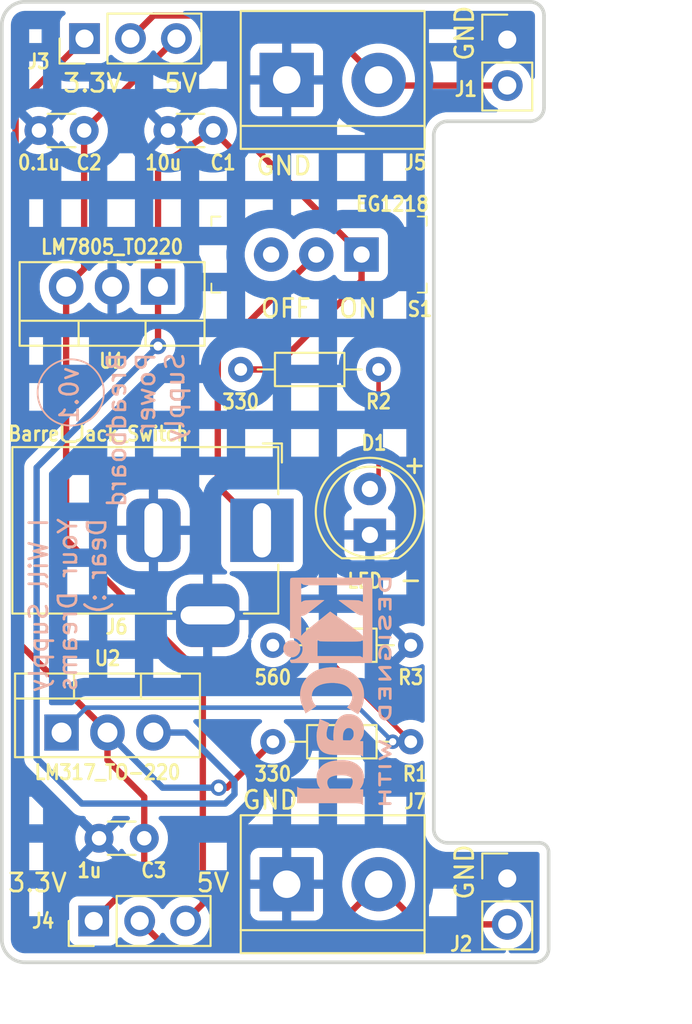
<source format=kicad_pcb>
(kicad_pcb (version 20241229) (generator "pcbnew") (generator_version "9.0")
  (layers (0 "F.Cu" signal) (2 "B.Cu" signal) (13 "F.Paste" user) (15 "B.Paste" user) (5 "F.SilkS" user "F.Silkscreen") (7 "B.SilkS" user "B.Silkscreen") (1 "F.Mask" user) (3 "B.Mask" user) (25 "Edge.Cuts" user))
  (net 0 "")
  (net 1 "GND")
  (net 2 "/12V")
  (net 3 "/5V")
  (net 4 "/3.3V")
  (net 5 "Net-(D1-A)")
  (net 6 "/PWR_OUT_TOP")
  (net 7 "/PWR_Input")
  (net 8 "Net-(U2-ADJ)")
  (net 10 "/PWR_OUT_BOT")
  (footprint "Capacitor_THT:C_Disc_D3.0mm_W1.6mm_P2.50mm" (layer "F.Cu") (at 142.748 66.802 180)
    (property "Reference" "C1" (at -0.548 -1.778 0) (layer "F.SilkS") (effects (font (size 0.8 0.7))))
    (property "Value" "10u" (at 2.754 -1.778 0) (layer "F.SilkS") (effects (font (size 0.8 0.7))))
    (pad "1" thru_hole circle (at 0 0 180) (size 1.6 1.6) (drill 0.8) (layers "*.Cu" "*.Mask") (net 2 "/12V"))
    (pad "2" thru_hole circle (at 2.5 0 180) (size 1.6 1.6) (drill 0.8) (layers "*.Cu" "*.Mask") (net 1 "GND"))
  )
  (footprint "Resistor_THT:R_Axial_DIN0204_L3.6mm_D1.6mm_P7.62mm_Horizontal" (layer "F.Cu") (at 153.67 95.25 180)
    (property "Reference" "R3" (at 0 -1.778 0) (layer "F.SilkS") (effects (font (size 0.8 0.7))))
    (property "Value" "560" (at 7.62 -1.778 0) (layer "F.SilkS") (effects (font (size 0.8 0.7))))
    (pad "1" thru_hole circle (at 0 0 180) (size 1.4 1.4) (drill 0.7) (layers "*.Cu" "*.Mask") (net 1 "GND"))
    (pad "2" thru_hole circle (at 7.62 0 180) (size 1.4 1.4) (drill 0.7) (layers "*.Cu" "*.Mask") (net 8 "Net-(U2-ADJ)"))
  )
  (footprint "Capacitor_THT:C_Disc_D3.0mm_W1.6mm_P2.50mm" (layer "F.Cu") (at 138.938 105.918 180)
    (property "Reference" "C3" (at -0.528 -1.778 0) (layer "F.SilkS") (effects (font (size 0.8 0.7))))
    (property "Value" "1u" (at 3.028 -1.778 0) (layer "F.SilkS") (effects (font (size 0.8 0.7))))
    (pad "1" thru_hole circle (at 0 0 180) (size 1.6 1.6) (drill 0.8) (layers "*.Cu" "*.Mask") (net 4 "/3.3V"))
    (pad "2" thru_hole circle (at 2.5 0 180) (size 1.6 1.6) (drill 0.8) (layers "*.Cu" "*.Mask") (net 1 "GND"))
  )
  (footprint "Capacitor_THT:C_Disc_D3.0mm_W1.6mm_P2.50mm" (layer "F.Cu") (at 135.616 66.802 180)
    (property "Reference" "C2" (at -0.274 -1.778 0) (layer "F.SilkS") (effects (font (size 0.8 0.7))))
    (property "Value" "0.1u" (at 1.25 -1.778 0) (layer "F.SilkS") (effects (font (size 0.8 0.7)) (justify right)))
    (pad "1" thru_hole circle (at 0 0 180) (size 1.6 1.6) (drill 0.8) (layers "*.Cu" "*.Mask") (net 3 "/5V"))
    (pad "2" thru_hole circle (at 2.5 0 180) (size 1.6 1.6) (drill 0.8) (layers "*.Cu" "*.Mask") (net 1 "GND"))
  )
  (footprint "Connector_PinHeader_2.54mm:PinHeader_1x02_P2.54mm_Vertical" (layer "F.Cu") (at 159.004 61.778)
    (property "Reference" "J1" (at -2.286 2.738 0) (layer "F.SilkS") (effects (font (size 0.8 0.7))))
    (property "Value" "Conn_01x02_Pin" (hide yes))
    (pad "1" thru_hole rect (at 0 0) (size 1.7 1.7) (drill 1) (layers "*.Cu" "*.Mask") (net 1 "GND"))
    (pad "2" thru_hole circle (at 0 2.54) (size 1.7 1.7) (drill 1) (layers "*.Cu" "*.Mask") (net 6 "/PWR_OUT_TOP"))
  )
  (footprint "Connector_PinHeader_2.54mm:PinHeader_1x02_P2.54mm_Vertical" (layer "F.Cu") (at 159.004 108.138)
    (property "Reference" "J2" (at -2.54 3.622 0) (layer "F.SilkS") (effects (font (size 0.8 0.7))))
    (property "Value" "Conn_01x02_Pin" (hide yes))
    (pad "1" thru_hole rect (at 0 0) (size 1.7 1.7) (drill 1) (layers "*.Cu" "*.Mask") (net 1 "GND"))
    (pad "2" thru_hole circle (at 0 2.54) (size 1.7 1.7) (drill 1) (layers "*.Cu" "*.Mask") (net 10 "/PWR_OUT_BOT"))
  )
  (footprint "Resistor_THT:R_Axial_DIN0204_L3.6mm_D1.6mm_P7.62mm_Horizontal" (layer "F.Cu") (at 151.892 80.01 180)
    (property "Reference" "R2" (at 0 -1.778 0) (layer "F.SilkS") (effects (font (size 0.8 0.7))))
    (property "Value" "330" (at 7.62 -1.778 0) (layer "F.SilkS") (effects (font (size 0.8 0.7))))
    (pad "1" thru_hole circle (at 0 0 180) (size 1.4 1.4) (drill 0.7) (layers "*.Cu" "*.Mask") (net 5 "Net-(D1-A)"))
    (pad "2" thru_hole circle (at 7.62 0 180) (size 1.4 1.4) (drill 0.7) (layers "*.Cu" "*.Mask") (net 2 "/12V"))
  )
  (footprint "Connector_PinHeader_2.54mm:PinHeader_1x03_P2.54mm_Vertical" (layer "F.Cu") (at 135.636 61.722 90)
    (property "Reference" "J3" (at -1.27 -2.54 180) (layer "F.SilkS") (effects (font (size 0.8 0.7))))
    (property "Value" "Conn_01x03_Pin" (hide yes))
    (pad "1" thru_hole rect (at 0 0 90) (size 1.7 1.7) (drill 1) (layers "*.Cu" "*.Mask") (net 4 "/3.3V"))
    (pad "2" thru_hole circle (at 0 2.54 90) (size 1.7 1.7) (drill 1) (layers "*.Cu" "*.Mask") (net 6 "/PWR_OUT_TOP"))
    (pad "3" thru_hole circle (at 0 5.08 90) (size 1.7 1.7) (drill 1) (layers "*.Cu" "*.Mask") (net 3 "/5V"))
  )
  (footprint "Connector_PinHeader_2.54mm:PinHeader_1x03_P2.54mm_Vertical" (layer "F.Cu") (at 136.144 110.49 90)
    (property "Reference" "J4" (at 0 -2.794 180) (layer "F.SilkS") (effects (font (size 0.8 0.7))))
    (property "Value" "Conn_01x03_Pin" (hide yes))
    (pad "1" thru_hole rect (at 0 0 90) (size 1.7 1.7) (drill 1) (layers "*.Cu" "*.Mask") (net 4 "/3.3V"))
    (pad "2" thru_hole circle (at 0 2.54 90) (size 1.7 1.7) (drill 1) (layers "*.Cu" "*.Mask") (net 10 "/PWR_OUT_BOT"))
    (pad "3" thru_hole circle (at 0 5.08 90) (size 1.7 1.7) (drill 1) (layers "*.Cu" "*.Mask") (net 3 "/5V"))
  )
  (footprint "Resistor_THT:R_Axial_DIN0204_L3.6mm_D1.6mm_P7.62mm_Horizontal" (layer "F.Cu") (at 153.67 100.584 180)
    (property "Reference" "R1" (at -0.254 -1.778 0) (layer "F.SilkS") (effects (font (size 0.8 0.7))))
    (property "Value" "330" (at 7.62 -1.778 0) (layer "F.SilkS") (effects (font (size 0.8 0.7))))
    (pad "1" thru_hole circle (at 0 0 180) (size 1.4 1.4) (drill 0.7) (layers "*.Cu" "*.Mask") (net 8 "Net-(U2-ADJ)"))
    (pad "2" thru_hole circle (at 7.62 0 180) (size 1.4 1.4) (drill 0.7) (layers "*.Cu" "*.Mask") (net 4 "/3.3V"))
  )
  (footprint "LED_THT:LED_D5.0mm" (layer "F.Cu") (at 151.41 89.154 90)
    (property "Reference" "D1" (at 5.08 0.228 180) (layer "F.SilkS") (effects (font (size 0.8 0.7))))
    (property "Value" "LED" (at -2.54 -0.28 180) (layer "F.SilkS") (effects (font (size 0.8 0.7))))
    (pad "1" thru_hole rect (at 0 0 90) (size 1.8 1.8) (drill 0.9) (layers "*.Cu" "*.Mask") (net 1 "GND"))
    (pad "2" thru_hole circle (at 2.54 0 90) (size 1.8 1.8) (drill 0.9) (layers "*.Cu" "*.Mask") (net 5 "Net-(D1-A)"))
  )
  (footprint "TerminalBlock:TerminalBlock_bornier-2_P5.08mm" (layer "F.Cu") (at 146.812 64.008)
    (property "Reference" "J5" (at 7.112 4.572 0) (layer "F.SilkS") (effects (font (size 0.8 0.7))))
    (property "Value" "Screw_Terminal_01x02" (hide yes))
    (pad "1" thru_hole rect (at 0 0) (size 3 3) (drill 1.52) (layers "*.Cu" "*.Mask") (net 1 "GND"))
    (pad "2" thru_hole circle (at 5.08 0) (size 3 3) (drill 1.52) (layers "*.Cu" "*.Mask") (net 6 "/PWR_OUT_TOP"))
  )
  (footprint "Package_TO_SOT_THT:TO-220-3_Vertical" (layer "F.Cu") (at 139.7 75.438 180)
    (property "Reference" "U1" (at 2.54 -4.1 0) (layer "F.SilkS") (effects (font (size 0.8 0.7))))
    (property "Value" "LM7805_TO220" (at 2.54 2.2 0) (layer "F.SilkS") (effects (font (size 0.8 0.7))))
    (pad "1" thru_hole rect (at 0 0 180) (size 1.905 2) (drill 1.1) (layers "*.Cu" "*.Mask") (net 2 "/12V"))
    (pad "2" thru_hole oval (at 2.54 0 180) (size 1.905 2) (drill 1.1) (layers "*.Cu" "*.Mask") (net 1 "GND"))
    (pad "3" thru_hole oval (at 5.08 0 180) (size 1.905 2) (drill 1.1) (layers "*.Cu" "*.Mask") (net 3 "/5V"))
  )
  (footprint "TerminalBlock:TerminalBlock_bornier-2_P5.08mm" (layer "F.Cu") (at 146.812 108.458)
    (property "Reference" "J7" (at 7.112 -4.572 0) (layer "F.SilkS") (effects (font (size 0.8 0.7))))
    (property "Value" "Screw_Terminal_01x02" (hide yes))
    (pad "1" thru_hole rect (at 0 0) (size 3 3) (drill 1.52) (layers "*.Cu" "*.Mask") (net 1 "GND"))
    (pad "2" thru_hole circle (at 5.08 0) (size 3 3) (drill 1.52) (layers "*.Cu" "*.Mask") (net 10 "/PWR_OUT_BOT"))
  )
  (footprint "Connector_BarrelJack:BarrelJack_Horizontal" (layer "F.Cu") (at 145.446 88.9)
    (property "Reference" "J6" (at -8.032 5.334 0) (layer "F.SilkS") (effects (font (size 0.8 0.7))))
    (property "Value" "Barrel_Jack_Switch" (at -9.048 -5.334 0) (layer "F.SilkS") (effects (font (size 0.8 0.7))))
    (pad "1" thru_hole rect (at 0 0) (size 3.5 3.5) (drill oval 1 3) (layers "*.Cu" "*.Mask") (net 7 "/PWR_Input"))
    (pad "2" thru_hole roundrect (at -6 0) (size 3 3.5) (drill oval 1 3) (layers "*.Cu" "*.Mask") (net 1 "GND"))
    (pad "3" thru_hole roundrect (at -3 4.7) (size 3.5 3.5) (drill oval 3 1) (layers "*.Cu" "*.Mask") (net 1 "GND"))
  )
  (footprint "Package_TO_SOT_THT:TO-220-3_Vertical" (layer "F.Cu") (at 134.366 100.076)
    (property "Reference" "U2" (at 2.54 -4.1 0) (layer "F.SilkS") (effects (font (size 0.8 0.7))))
    (property "Value" "LM317_TO-220" (at 2.54 2.2 0) (layer "F.SilkS") (effects (font (size 0.8 0.7))))
    (pad "1" thru_hole rect (at 0 0) (size 1.905 2) (drill 1.1) (layers "*.Cu" "*.Mask") (net 8 "Net-(U2-ADJ)"))
    (pad "2" thru_hole oval (at 2.54 0) (size 1.905 2) (drill 1.1) (layers "*.Cu" "*.Mask") (net 4 "/3.3V"))
    (pad "3" thru_hole oval (at 5.08 0) (size 1.905 2) (drill 1.1) (layers "*.Cu" "*.Mask") (net 2 "/12V"))
  )
  (footprint "digikey-footprints:Switch_Slide_11.6x4mm_EG1218" (layer "F.Cu") (at 150.95 73.66 180)
    (property "Reference" "S1" (at -3.228 -3.02 0) (layer "F.SilkS") (effects (font (size 0.8 0.7))))
    (property "Value" "EG1218" (at -1.704 2.794 0) (layer "F.SilkS") (effects (font (size 0.8 0.7))))
    (pad "1" thru_hole rect (at 0 0 180) (size 1.9 1.9) (drill 0.9) (layers "*.Cu" "*.Mask") (net 2 "/12V"))
    (pad "2" thru_hole circle (at 2.5 0 180) (size 1.9 1.9) (drill 0.9) (layers "*.Cu" "*.Mask") (net 7 "/PWR_Input"))
    (pad "3" thru_hole circle (at 5 0 180) (size 1.9 1.9) (drill 0.9) (layers "*.Cu" "*.Mask"))
  )
  (footprint "Symbol:KiCad-Logo2_5mm_SilkScreen" (layer "B.Cu") (at 149.606 97.79 -90)
    (property "Reference" "REF**" (hide yes))
    (property "Value" "KiCad-Logo2_5mm_SilkScreen" (hide yes))
  )
  (gr_line (start 139.7 78.74) (end 139.7 75.438) (stroke (width 0.35)) (layer "F.Cu") (net 2))
  (gr_line (start 139.7 75.438) (end 139.7 68.834) (stroke (width 0.35)) (layer "F.Cu") (net 2))
  (gr_line (start 139.7 68.834) (end 142.748 66.802) (stroke (width 0.35)) (layer "F.Cu") (net 2))
  (gr_circle (center 134.874 81.28) (end 133.858 79.756) (stroke (width 0.1)) (fill no) (layer "B.SilkS"))
  (gr_line (start 160.782 106.172) (end 155.702 106.172) (stroke (width 0.2)) (layer "Edge.Cuts"))
  (gr_line (start 154.94 105.41) (end 154.94 67.056) (stroke (width 0.2)) (layer "Edge.Cuts"))
  (gr_arc (start 131.064 60.96) (mid 131.435974 60.061974) (end 132.334 59.69) (stroke (width 0.2)) (layer "Edge.Cuts"))
  (gr_line (start 131.064 60.96) (end 131.064 111.506) (stroke (width 0.2)) (layer "Edge.Cuts"))
  (gr_arc (start 160.274 59.69) (mid 160.812815 59.913185) (end 161.036 60.452) (stroke (width 0.2)) (layer "Edge.Cuts"))
  (gr_arc (start 132.334 112.776) (mid 131.435974 112.404026) (end 131.064 111.506) (stroke (width 0.2)) (layer "Edge.Cuts"))
  (gr_arc (start 160.782 106.172) (mid 161.14121 106.32079) (end 161.29 106.68) (stroke (width 0.2)) (layer "Edge.Cuts"))
  (gr_arc (start 161.29 112.014) (mid 161.066815 112.552815) (end 160.528 112.776) (stroke (width 0.2)) (layer "Edge.Cuts"))
  (gr_line (start 161.29 112.014) (end 161.29 106.68) (stroke (width 0.2)) (layer "Edge.Cuts"))
  (gr_line (start 155.702 66.294) (end 160.274 66.294) (stroke (width 0.2)) (layer "Edge.Cuts"))
  (gr_line (start 161.036 65.532) (end 161.036 60.452) (stroke (width 0.2)) (layer "Edge.Cuts"))
  (gr_line (start 160.274 59.69) (end 132.334 59.69) (stroke (width 0.2)) (layer "Edge.Cuts"))
  (gr_line (start 132.334 112.776) (end 160.528 112.776) (stroke (width 0.2)) (layer "Edge.Cuts"))
  (gr_arc (start 155.702 106.172) (mid 155.163185 105.948815) (end 154.94 105.41) (stroke (width 0.2)) (layer "Edge.Cuts"))
  (gr_arc (start 161.036 65.532) (mid 160.812815 66.070815) (end 160.274 66.294) (stroke (width 0.2)) (layer "Edge.Cuts"))
  (gr_arc (start 154.94 67.056) (mid 155.163185 66.517185) (end 155.702 66.294) (stroke (width 0.2)) (layer "Edge.Cuts"))
  (gr_text "3.3V" (at 134.366 64.77 0) (layer "F.SilkS") (effects (font (size 1 1)) (justify left bottom)))
  (gr_text "5V" (at 139.954 64.77 0) (layer "F.SilkS") (effects (font (size 1 1)) (justify left bottom)))
  (gr_text "+" (at 153.162 85.852 0) (layer "F.SilkS") (effects (font (size 1 1)) (justify left bottom)))
  (gr_text "ON" (at 149.606 77.216 0) (layer "F.SilkS") (effects (font (size 1 1)) (justify left bottom)))
  (gr_text "GND" (at 145.034 69.342 0) (layer "F.SilkS") (effects (font (size 1 1)) (justify left bottom)))
  (gr_text "5V" (at 141.732 108.966 0) (layer "F.SilkS") (effects (font (size 1 1)) (justify left bottom)))
  (gr_text "GND" (at 157.226 63.048 90) (layer "F.SilkS") (effects (font (size 1 1)) (justify left bottom)))
  (gr_text "3.3V" (at 131.318 108.966 0) (layer "F.SilkS") (effects (font (size 1 1)) (justify left bottom)))
  (gr_text "OFF" (at 145.288 77.216 0) (layer "F.SilkS") (effects (font (size 1 1)) (justify left bottom)))
  (gr_text "GND" (at 157.226 109.408 90) (layer "F.SilkS") (effects (font (size 1 1)) (justify left bottom)))
  (gr_text "GND" (at 144.272 104.394 0) (layer "F.SilkS") (effects (font (size 1 1)) (justify left bottom)))
  (gr_text "-\n" (at 152.95483 92.202 0) (layer "F.SilkS") (effects (font (size 1 1)) (justify left bottom)))
  (gr_text "Breadboard\nPower\nSupply" (at 141.224 78.994 90) (layer "B.SilkS") (effects (font (size 1 1)) (justify left bottom mirror)))
  (gr_text "I Will Supply\nYour Dreams \nDear :)" (at 136.906 88.138 90) (layer "B.SilkS") (effects (font (size 1 1)) (justify left bottom mirror)))
  (gr_text "v0.1" (at 135.382 79.756 90) (layer "B.SilkS") (effects (font (size 1 1)) (justify left bottom mirror)))
  (segment (start 142.748 66.802) (end 143.764 67.818) (width 0.35) (layer "F.Cu") (net 2))
  (segment (start 150.95 73.66) (end 150.95 75.11) (width 0.35) (layer "F.Cu") (net 2))
  (segment (start 146.05 80.01) (end 144.272 80.01) (width 0.35) (layer "F.Cu") (net 2))
  (segment (start 150.95 75.11) (end 146.05 80.01) (width 0.35) (layer "F.Cu") (net 2))
  (segment (start 143.764 67.818) (end 145.108 67.818) (width 0.35) (layer "F.Cu") (net 2))
  (segment (start 145.108 67.818) (end 150.95 73.66) (width 0.35) (layer "F.Cu") (net 2))
  (via (at 139.7 78.72) (size 0.9) (drill 0.5) (layers "F.Cu" "B.Cu") (net 2))
  (segment (start 139.7 78.72) (end 132.9875 85.4325) (width 0.35) (layer "B.Cu") (net 2))
  (segment (start 132.9875 85.4325) (end 132.9875 101.502) (width 0.35) (layer "B.Cu") (net 2))
  (segment (start 143.927 102.761148) (end 141.241852 100.076) (width 0.35) (layer "B.Cu") (net 2))
  (segment (start 143.413852 104) (end 143.927 103.486852) (width 0.35) (layer "B.Cu") (net 2))
  (segment (start 132.9875 101.502) (end 135.4855 104) (width 0.35) (layer "B.Cu") (net 2))
  (segment (start 135.4855 104) (end 143.413852 104) (width 0.35) (layer "B.Cu") (net 2))
  (segment (start 141.241852 100.076) (end 139.446 100.076) (width 0.35) (layer "B.Cu") (net 2))
  (segment (start 143.927 103.486852) (end 143.927 102.761148) (width 0.35) (layer "B.Cu") (net 2))
  (segment (start 134.62 89.408) (end 142.176 96.964) (width 0.35) (layer "F.Cu") (net 3))
  (segment (start 135.616 66.802) (end 140.696 61.722) (width 0.35) (layer "F.Cu") (net 3))
  (segment (start 135.616 66.802) (end 135.616 74.442) (width 0.35) (layer "F.Cu") (net 3))
  (segment (start 135.89 66.802) (end 135.616 66.802) (width 0.35) (layer "F.Cu") (net 3))
  (segment (start 140.696 61.722) (end 140.716 61.722) (width 0.35) (layer "F.Cu") (net 3))
  (segment (start 142.176 109.538) (end 141.224 110.49) (width 0.35) (layer "F.Cu") (net 3))
  (segment (start 135.616 74.442) (end 134.62 75.438) (width 0.35) (layer "F.Cu") (net 3))
  (segment (start 134.62 75.438) (end 134.62 89.408) (width 0.35) (layer "F.Cu") (net 3))
  (segment (start 142.176 96.964) (end 142.176 109.538) (width 0.35) (layer "F.Cu") (net 3))
  (segment (start 131.826 65.532) (end 135.636 61.722) (width 0.35) (layer "F.Cu") (net 4))
  (segment (start 138.938 105.918) (end 138.938 107.93) (width 0.35) (layer "F.Cu") (net 4))
  (segment (start 131.826 94.9485) (end 131.826 65.532) (width 0.35) (layer "F.Cu") (net 4))
  (segment (start 136.906 101.6) (end 136.906 100.076) (width 0.35) (layer "F.Cu") (net 4))
  (segment (start 138.938 103.632) (end 136.906 101.6) (width 0.35) (layer "F.Cu") (net 4))
  (segment (start 138.704 107.93) (end 136.144 110.49) (width 0.35) (layer "F.Cu") (net 4))
  (segment (start 136.124 110.744) (end 135.89 110.744) (width 0.35) (layer "F.Cu") (net 4))
  (segment (start 138.938 107.93) (end 138.704 107.93) (width 0.35) (layer "F.Cu") (net 4))
  (segment (start 138.938 105.918) (end 138.938 103.632) (width 0.35) (layer "F.Cu") (net 4))
  (segment (start 143.51 103.124) (end 143.051 103.124) (width 0.35) (layer "F.Cu") (net 4))
  (segment (start 146.05 100.584) (end 143.51 103.124) (width 0.35) (layer "F.Cu") (net 4))
  (segment (start 136.906 100.0285) (end 131.826 94.9485) (width 0.35) (layer "F.Cu") (net 4))
  (segment (start 136.906 100.076) (end 136.906 100.0285) (width 0.35) (layer "F.Cu") (net 4))
  (via (at 143.051 103.124) (size 0.9) (drill 0.5) (layers "F.Cu" "B.Cu") (net 4))
  (segment (start 143.051 103.124) (end 139.954 103.124) (width 0.35) (layer "B.Cu") (net 4))
  (segment (start 139.954 103.124) (end 136.906 100.076) (width 0.35) (layer "B.Cu") (net 4))
  (segment (start 151.892 86.132) (end 151.41 86.614) (width 0.25) (layer "F.Cu") (net 5))
  (segment (start 151.892 80.01) (end 151.892 86.132) (width 0.25) (layer "F.Cu") (net 5))
  (segment (start 139.452 60.446) (end 138.176 61.722) (width 0.35) (layer "F.Cu") (net 6))
  (segment (start 159.004 64.318) (end 152.202 64.318) (width 0.35) (layer "F.Cu") (net 6))
  (segment (start 151.892 64.008) (end 148.33 60.446) (width 0.35) (layer "F.Cu") (net 6))
  (segment (start 152.202 64.318) (end 151.892 64.008) (width 0.35) (layer "F.Cu") (net 6))
  (segment (start 148.33 60.446) (end 139.452 60.446) (width 0.35) (layer "F.Cu") (net 6))
  (segment (start 143.002 86.456) (end 145.446 88.9) (width 0.35) (layer "F.Cu") (net 7))
  (segment (start 148.45 73.66) (end 143.002 79.108) (width 0.35) (layer "F.Cu") (net 7))
  (segment (start 143.002 79.108) (end 143.002 86.456) (width 0.35) (layer "F.Cu") (net 7))
  (segment (start 148.336 95.25) (end 153.67 100.584) (width 0.25) (layer "F.Cu") (net 8))
  (segment (start 153.67 100.584) (end 152.67 100.584) (width 0.25) (layer "F.Cu") (net 8))
  (segment (start 146.05 95.25) (end 148.336 95.25) (width 0.25) (layer "F.Cu") (net 8))
  (via (at 152.67 100.584) (size 0.8) (drill 0.4) (layers "F.Cu" "B.Cu") (net 8))
  (segment (start 150.786 98.7) (end 135.742 98.7) (width 0.25) (layer "B.Cu") (net 8))
  (segment (start 152.67 100.584) (end 150.786 98.7) (width 0.25) (layer "B.Cu") (net 8))
  (segment (start 135.742 98.7) (end 134.366 100.076) (width 0.25) (layer "B.Cu") (net 8))
  (segment (start 151.892 108.458) (end 154.112 110.678) (width 0.35) (layer "F.Cu") (net 10))
  (segment (start 139.706 111.512) (end 138.684 110.49) (width 0.35) (layer "F.Cu") (net 10))
  (segment (start 154.112 110.678) (end 159.258 110.678) (width 0.35) (layer "F.Cu") (net 10))
  (segment (start 139.706 112.02) (end 148.33 112.02) (width 0.35) (layer "F.Cu") (net 10))
  (segment (start 148.33 112.02) (end 151.892 108.458) (width 0.35) (layer "F.Cu") (net 10))
  (segment (start 139.706 112.02) (end 139.706 111.512) (width 0.35) (layer "F.Cu") (net 10))
  (zone (net 1) (net_name "GND") (layer "B.Cu") (connect_pads (clearance 0.508)) (min_thickness 0.254) (fill yes (mode hatch) (thermal_gap 0.508) (thermal_bridge_width 0.508) (hatch_thickness 1.016) (hatch_gap 1.524) (hatch_orientation 0) (hatch_border_algorithm hatch_thickness) (hatch_min_hole_area 0.3))
    (polygon (pts (xy 131.826 59.944) (xy 131.318 60.96) (xy 131.318 112.014) (xy 132.842 112.522) (xy 161.036 112.522) (xy 161.036 106.426) (xy 155.448 106.426) (xy 154.94 105.918) (xy 154.94 66.548) (xy 155.448 66.04) (xy 160.655 66.04) (xy 161.036 65.278) (xy 161.036 60.325) (xy 160.274 59.944)))
  )
)
</source>
